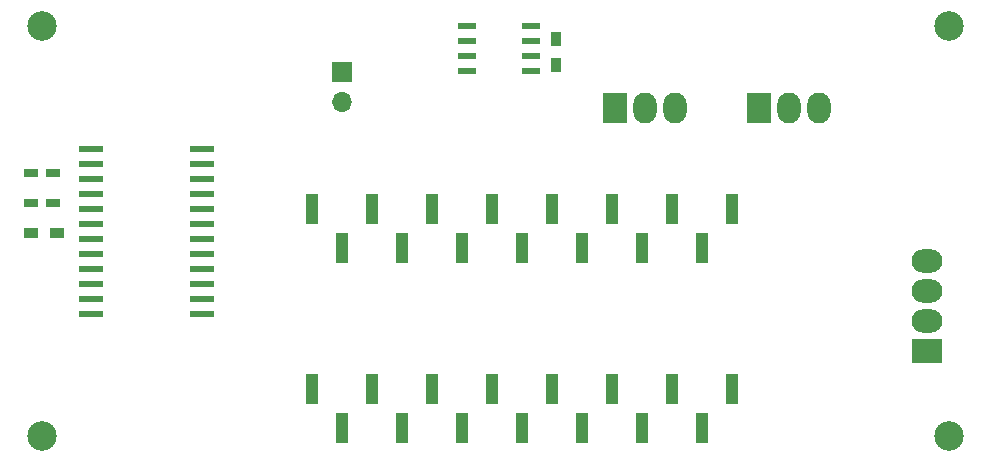
<source format=gbr>
G04 #@! TF.GenerationSoftware,KiCad,Pcbnew,(5.1.4-0-10_14)*
G04 #@! TF.CreationDate,2019-11-08T07:47:01+01:00*
G04 #@! TF.ProjectId,Caution Light Panel,43617574-696f-46e2-904c-696768742050,rev?*
G04 #@! TF.SameCoordinates,Original*
G04 #@! TF.FileFunction,Soldermask,Bot*
G04 #@! TF.FilePolarity,Negative*
%FSLAX46Y46*%
G04 Gerber Fmt 4.6, Leading zero omitted, Abs format (unit mm)*
G04 Created by KiCad (PCBNEW (5.1.4-0-10_14)) date 2019-11-08 07:47:01*
%MOMM*%
%LPD*%
G04 APERTURE LIST*
%ADD10R,1.200000X0.750000*%
%ADD11R,2.000000X0.600000*%
%ADD12R,2.600000X2.000000*%
%ADD13O,2.600000X2.000000*%
%ADD14R,2.000000X2.600000*%
%ADD15O,2.000000X2.600000*%
%ADD16R,1.700000X1.700000*%
%ADD17O,1.700000X1.700000*%
%ADD18C,2.500000*%
%ADD19R,1.000000X2.510000*%
%ADD20R,0.900000X1.200000*%
%ADD21R,1.200000X0.900000*%
%ADD22R,1.550000X0.600000*%
G04 APERTURE END LIST*
D10*
X110170000Y-87630000D03*
X108270000Y-87630000D03*
X110170000Y-85090000D03*
X108270000Y-85090000D03*
D11*
X122760200Y-83032600D03*
X122760200Y-84302600D03*
X122760200Y-85572600D03*
X122760200Y-86842600D03*
X122760200Y-88112600D03*
X122760200Y-89382600D03*
X122760200Y-90652600D03*
X122760200Y-91922600D03*
X122760200Y-93192600D03*
X122760200Y-94462600D03*
X122760200Y-95732600D03*
X122760200Y-97002600D03*
X113360200Y-97002600D03*
X113360200Y-95732600D03*
X113360200Y-94462600D03*
X113360200Y-93192600D03*
X113360200Y-91922600D03*
X113360200Y-90652600D03*
X113360200Y-89382600D03*
X113360200Y-88112600D03*
X113360200Y-86842600D03*
X113360200Y-85572600D03*
X113360200Y-84302600D03*
X113360200Y-83032600D03*
D12*
X184188100Y-100114100D03*
D13*
X184188100Y-97574100D03*
X184188100Y-95034100D03*
X184188100Y-92494100D03*
D14*
X157708600Y-79514700D03*
D15*
X160248600Y-79514700D03*
X162788600Y-79514700D03*
D14*
X169926000Y-79509620D03*
D15*
X172466000Y-79509620D03*
X175006000Y-79509620D03*
D16*
X134645400Y-76471780D03*
D17*
X134645400Y-79011780D03*
D18*
X109194600Y-72600400D03*
X185994600Y-72600400D03*
X109194600Y-107340400D03*
X185994600Y-107340400D03*
D19*
X132080000Y-88130000D03*
X137160000Y-88130000D03*
X142240000Y-88130000D03*
X147320000Y-88130000D03*
X152400000Y-88130000D03*
X157480000Y-88130000D03*
X162560000Y-88130000D03*
X167640000Y-88130000D03*
X134620000Y-91440000D03*
X139700000Y-91440000D03*
X144780000Y-91440000D03*
X149860000Y-91440000D03*
X154940000Y-91440000D03*
X160020000Y-91440000D03*
X165100000Y-91440000D03*
X132080000Y-103370000D03*
X137160000Y-103370000D03*
X142240000Y-103370000D03*
X147320000Y-103370000D03*
X152400000Y-103370000D03*
X157480000Y-103370000D03*
X162560000Y-103370000D03*
X167640000Y-103370000D03*
X134620000Y-106680000D03*
X139700000Y-106680000D03*
X144780000Y-106680000D03*
X149860000Y-106680000D03*
X154940000Y-106680000D03*
X160020000Y-106680000D03*
X165100000Y-106680000D03*
D20*
X152763220Y-75918060D03*
X152763220Y-73718060D03*
D21*
X108290000Y-90170000D03*
X110490000Y-90170000D03*
D22*
X145224540Y-76436220D03*
X145224540Y-75166220D03*
X145224540Y-73896220D03*
X145224540Y-72626220D03*
X150624540Y-72626220D03*
X150624540Y-73896220D03*
X150624540Y-75166220D03*
X150624540Y-76436220D03*
M02*

</source>
